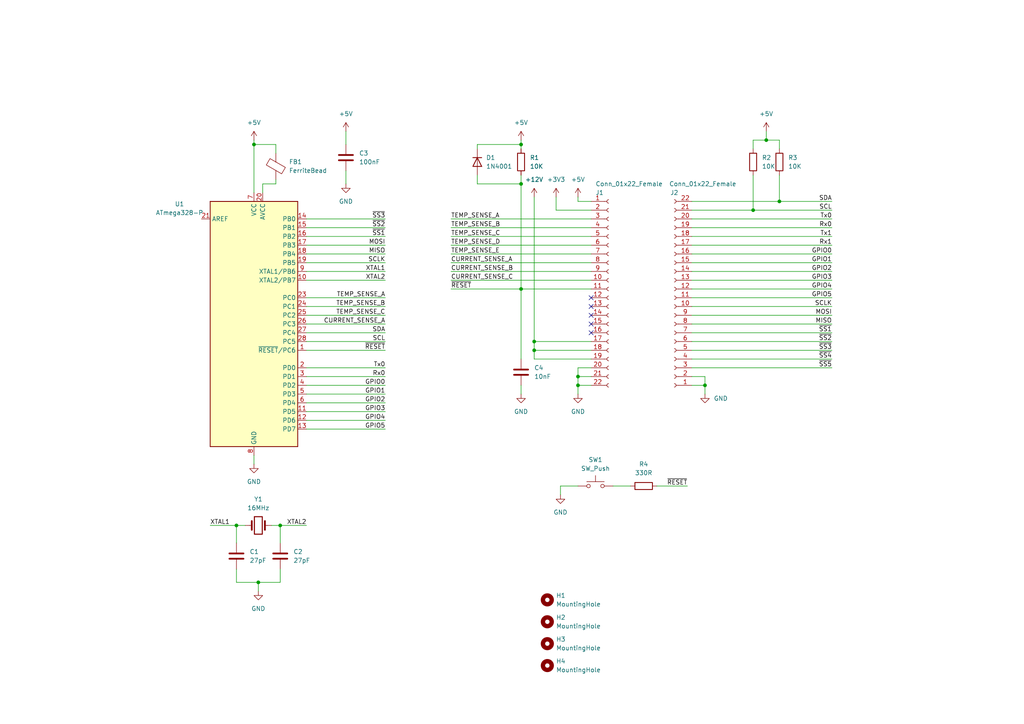
<source format=kicad_sch>
(kicad_sch (version 20211123) (generator eeschema)
  (paper "A4")
  (title_block (title "Atmega 328P MCU Board (Through hole)") (date "2022-05-25") (rev "0.1") (company "Sidings Media") (comment 1 "Licence: CC-BY-SA-4.0"))
  (lib_symbols
    (symbol "Connector:Conn_01x22_Female" (pin_names (offset 1.016) hide)
      (property "Reference" "J" (at 0 27.94 0))
      (property "Value" "Conn_01x22_Female" (at 0 -30.48 0))
      (symbol "Conn_01x22_Female_1_1"
        (arc (start 0 -27.432) (mid -0.508 -27.94) (end 0 -28.448) (stroke (width 0.1524)))
        (arc (start 0 -24.892) (mid -0.508 -25.4) (end 0 -25.908) (stroke (width 0.1524)))
        (arc (start 0 -22.352) (mid -0.508 -22.86) (end 0 -23.368) (stroke (width 0.1524)))
        (arc (start 0 -19.812) (mid -0.508 -20.32) (end 0 -20.828) (stroke (width 0.1524)))
        (arc (start 0 -17.272) (mid -0.508 -17.78) (end 0 -18.288) (stroke (width 0.1524)))
        (arc (start 0 -14.732) (mid -0.508 -15.24) (end 0 -15.748) (stroke (width 0.1524)))
        (arc (start 0 -12.192) (mid -0.508 -12.7) (end 0 -13.208) (stroke (width 0.1524)))
        (arc (start 0 -9.652) (mid -0.508 -10.16) (end 0 -10.668) (stroke (width 0.1524)))
        (arc (start 0 -7.112) (mid -0.508 -7.62) (end 0 -8.128) (stroke (width 0.1524)))
        (arc (start 0 -4.572) (mid -0.508 -5.08) (end 0 -5.588) (stroke (width 0.1524)))
        (arc (start 0 -2.032) (mid -0.508 -2.54) (end 0 -3.048) (stroke (width 0.1524)))
        (polyline (pts (xy -1.27 -27.94) (xy -0.508 -27.94)) (stroke (width 0.1524)))
        (polyline (pts (xy -1.27 -25.4) (xy -0.508 -25.4)) (stroke (width 0.1524)))
        (polyline (pts (xy -1.27 -22.86) (xy -0.508 -22.86)) (stroke (width 0.1524)))
        (polyline (pts (xy -1.27 -20.32) (xy -0.508 -20.32)) (stroke (width 0.1524)))
        (polyline (pts (xy -1.27 -17.78) (xy -0.508 -17.78)) (stroke (width 0.1524)))
        (polyline (pts (xy -1.27 -15.24) (xy -0.508 -15.24)) (stroke (width 0.1524)))
        (polyline (pts (xy -1.27 -12.7) (xy -0.508 -12.7)) (stroke (width 0.1524)))
        (polyline (pts (xy -1.27 -10.16) (xy -0.508 -10.16)) (stroke (width 0.1524)))
        (polyline (pts (xy -1.27 -7.62) (xy -0.508 -7.62)) (stroke (width 0.1524)))
        (polyline (pts (xy -1.27 -5.08) (xy -0.508 -5.08)) (stroke (width 0.1524)))
        (polyline (pts (xy -1.27 -2.54) (xy -0.508 -2.54)) (stroke (width 0.1524)))
        (polyline (pts (xy -1.27 0) (xy -0.508 0)) (stroke (width 0.1524)))
        (polyline (pts (xy -1.27 2.54) (xy -0.508 2.54)) (stroke (width 0.1524)))
        (polyline (pts (xy -1.27 5.08) (xy -0.508 5.08)) (stroke (width 0.1524)))
        (polyline (pts (xy -1.27 7.62) (xy -0.508 7.62)) (stroke (width 0.1524)))
        (polyline (pts (xy -1.27 10.16) (xy -0.508 10.16)) (stroke (width 0.1524)))
        (polyline (pts (xy -1.27 12.7) (xy -0.508 12.7)) (stroke (width 0.1524)))
        (polyline (pts (xy -1.27 15.24) (xy -0.508 15.24)) (stroke (width 0.1524)))
        (polyline (pts (xy -1.27 17.78) (xy -0.508 17.78)) (stroke (width 0.1524)))
        (polyline (pts (xy -1.27 20.32) (xy -0.508 20.32)) (stroke (width 0.1524)))
        (polyline (pts (xy -1.27 22.86) (xy -0.508 22.86)) (stroke (width 0.1524)))
        (polyline (pts (xy -1.27 25.4) (xy -0.508 25.4)) (stroke (width 0.1524)))
        (arc (start 0 0.508) (mid -0.508 0) (end 0 -0.508) (stroke (width 0.1524)))
        (arc (start 0 3.048) (mid -0.508 2.54) (end 0 2.032) (stroke (width 0.1524)))
        (arc (start 0 5.588) (mid -0.508 5.08) (end 0 4.572) (stroke (width 0.1524)))
        (arc (start 0 8.128) (mid -0.508 7.62) (end 0 7.112) (stroke (width 0.1524)))
        (arc (start 0 10.668) (mid -0.508 10.16) (end 0 9.652) (stroke (width 0.1524)))
        (arc (start 0 13.208) (mid -0.508 12.7) (end 0 12.192) (stroke (width 0.1524)))
        (arc (start 0 15.748) (mid -0.508 15.24) (end 0 14.732) (stroke (width 0.1524)))
        (arc (start 0 18.288) (mid -0.508 17.78) (end 0 17.272) (stroke (width 0.1524)))
        (arc (start 0 20.828) (mid -0.508 20.32) (end 0 19.812) (stroke (width 0.1524)))
        (arc (start 0 23.368) (mid -0.508 22.86) (end 0 22.352) (stroke (width 0.1524)))
        (arc (start 0 25.908) (mid -0.508 25.4) (end 0 24.892) (stroke (width 0.1524)))
        (pin passive line (at -5.08 25.4 0) (length 3.81) (name "Pin_1") (number "1"))
        (pin passive line (at -5.08 2.54 0) (length 3.81) (name "Pin_10") (number "10"))
        (pin passive line (at -5.08 0 0) (length 3.81) (name "Pin_11") (number "11"))
        (pin passive line (at -5.08 -2.54 0) (length 3.81) (name "Pin_12") (number "12"))
        (pin passive line (at -5.08 -5.08 0) (length 3.81) (name "Pin_13") (number "13"))
        (pin passive line (at -5.08 -7.62 0) (length 3.81) (name "Pin_14") (number "14"))
        (pin passive line (at -5.08 -10.16 0) (length 3.81) (name "Pin_15") (number "15"))
        (pin passive line (at -5.08 -12.7 0) (length 3.81) (name "Pin_16") (number "16"))
        (pin passive line (at -5.08 -15.24 0) (length 3.81) (name "Pin_17") (number "17"))
        (pin passive line (at -5.08 -17.78 0) (length 3.81) (name "Pin_18") (number "18"))
        (pin passive line (at -5.08 -20.32 0) (length 3.81) (name "Pin_19") (number "19"))
        (pin passive line (at -5.08 22.86 0) (length 3.81) (name "Pin_2") (number "2"))
        (pin passive line (at -5.08 -22.86 0) (length 3.81) (name "Pin_20") (number "20"))
        (pin passive line (at -5.08 -25.4 0) (length 3.81) (name "Pin_21") (number "21"))
        (pin passive line (at -5.08 -27.94 0) (length 3.81) (name "Pin_22") (number "22"))
        (pin passive line (at -5.08 20.32 0) (length 3.81) (name "Pin_3") (number "3"))
        (pin passive line (at -5.08 17.78 0) (length 3.81) (name "Pin_4") (number "4"))
        (pin passive line (at -5.08 15.24 0) (length 3.81) (name "Pin_5") (number "5"))
        (pin passive line (at -5.08 12.7 0) (length 3.81) (name "Pin_6") (number "6"))
        (pin passive line (at -5.08 10.16 0) (length 3.81) (name "Pin_7") (number "7"))
        (pin passive line (at -5.08 7.62 0) (length 3.81) (name "Pin_8") (number "8"))
        (pin passive line (at -5.08 5.08 0) (length 3.81) (name "Pin_9") (number "9"))
      )
    )
    (symbol "Device:C" (pin_numbers hide) (pin_names (offset 0.254))
      (property "Reference" "C" (at 0.635 2.54 0))
      (property "Value" "C" (at 0.635 -2.54 0))
      (symbol "C_0_1"
        (polyline (pts (xy -2.032 -0.762) (xy 2.032 -0.762)) (stroke (width 0.508)))
        (polyline (pts (xy -2.032 0.762) (xy 2.032 0.762)) (stroke (width 0.508)))
      )
      (symbol "C_1_1"
        (pin passive line (at 0 3.81 270) (length 2.794) (name "~") (number "1"))
        (pin passive line (at 0 -3.81 90) (length 2.794) (name "~") (number "2"))
      )
    )
    (symbol "Device:Crystal" (pin_numbers hide) (pin_names (offset 1.016) hide)
      (property "Reference" "Y" (at 0 3.81 0))
      (property "Value" "Crystal" (at 0 -3.81 0))
      (symbol "Crystal_0_1"
        (rectangle (start -1.143 2.54) (end 1.143 -2.54) (stroke (width 0.3048)))
        (polyline (pts (xy -2.54 0) (xy -1.905 0)))
        (polyline (pts (xy -1.905 -1.27) (xy -1.905 1.27)) (stroke (width 0.508)))
        (polyline (pts (xy 1.905 -1.27) (xy 1.905 1.27)) (stroke (width 0.508)))
        (polyline (pts (xy 2.54 0) (xy 1.905 0)))
      )
      (symbol "Crystal_1_1"
        (pin passive line (at -3.81 0 0) (length 1.27) (name "1") (number "1"))
        (pin passive line (at 3.81 0 180) (length 1.27) (name "2") (number "2"))
      )
    )
    (symbol "Device:D" (pin_numbers hide) (pin_names (offset 1.016) hide)
      (property "Reference" "D" (at 0 2.54 0))
      (property "Value" "D" (at 0 -2.54 0))
      (symbol "D_0_1"
        (polyline (pts (xy -1.27 1.27) (xy -1.27 -1.27)) (stroke (width 0.254)))
        (polyline (pts (xy 1.27 0) (xy -1.27 0)))
        (polyline (pts (xy 1.27 1.27) (xy 1.27 -1.27) (xy -1.27 0) (xy 1.27 1.27)) (stroke (width 0.254)))
      )
      (symbol "D_1_1"
        (pin passive line (at -3.81 0 0) (length 2.54) (name "K") (number "1"))
        (pin passive line (at 3.81 0 180) (length 2.54) (name "A") (number "2"))
      )
    )
    (symbol "Device:FerriteBead" (pin_numbers hide) (pin_names (offset 0))
      (property "Reference" "FB" (at -3.81 0.635 90))
      (property "Value" "FerriteBead" (at 3.81 0 90))
      (symbol "FerriteBead_0_1"
        (polyline (pts (xy 0 -1.27) (xy 0 -1.2192)))
        (polyline (pts (xy 0 1.27) (xy 0 1.2954)))
        (polyline (pts (xy -2.7686 0.4064) (xy -1.7018 2.2606) (xy 2.7686 -0.3048) (xy 1.6764 -2.159) (xy -2.7686 0.4064)))
      )
      (symbol "FerriteBead_1_1"
        (pin passive line (at 0 3.81 270) (length 2.54) (name "~") (number "1"))
        (pin passive line (at 0 -3.81 90) (length 2.54) (name "~") (number "2"))
      )
    )
    (symbol "Device:R" (pin_numbers hide) (pin_names (offset 0))
      (property "Reference" "R" (at 2.032 0 90))
      (property "Value" "R" (at 0 0 90))
      (symbol "R_0_1"
        (rectangle (start -1.016 -2.54) (end 1.016 2.54) (stroke (width 0.254)))
      )
      (symbol "R_1_1"
        (pin passive line (at 0 3.81 270) (length 1.27) (name "~") (number "1"))
        (pin passive line (at 0 -3.81 90) (length 1.27) (name "~") (number "2"))
      )
    )
    (symbol "MCU_Microchip_ATmega:ATmega328-P"
      (property "Reference" "U" (at -12.7 36.83 0))
      (property "Value" "ATmega328-P" (at 2.54 -36.83 0))
      (symbol "ATmega328-P_0_1"
        (rectangle (start -12.7 -35.56) (end 12.7 35.56) (stroke (width 0.254)) (fill (type background)))
      )
      (symbol "ATmega328-P_1_1"
        (pin bidirectional line (at 15.24 -7.62 180) (length 2.54) (name "~{RESET}/PC6") (number "1"))
        (pin bidirectional line (at 15.24 12.7 180) (length 2.54) (name "XTAL2/PB7") (number "10"))
        (pin bidirectional line (at 15.24 -25.4 180) (length 2.54) (name "PD5") (number "11"))
        (pin bidirectional line (at 15.24 -27.94 180) (length 2.54) (name "PD6") (number "12"))
        (pin bidirectional line (at 15.24 -30.48 180) (length 2.54) (name "PD7") (number "13"))
        (pin bidirectional line (at 15.24 30.48 180) (length 2.54) (name "PB0") (number "14"))
        (pin bidirectional line (at 15.24 27.94 180) (length 2.54) (name "PB1") (number "15"))
        (pin bidirectional line (at 15.24 25.4 180) (length 2.54) (name "PB2") (number "16"))
        (pin bidirectional line (at 15.24 22.86 180) (length 2.54) (name "PB3") (number "17"))
        (pin bidirectional line (at 15.24 20.32 180) (length 2.54) (name "PB4") (number "18"))
        (pin bidirectional line (at 15.24 17.78 180) (length 2.54) (name "PB5") (number "19"))
        (pin bidirectional line (at 15.24 -12.7 180) (length 2.54) (name "PD0") (number "2"))
        (pin power_in line (at 2.54 38.1 270) (length 2.54) (name "AVCC") (number "20"))
        (pin passive line (at -15.24 30.48 0) (length 2.54) (name "AREF") (number "21"))
        (pin passive line (at 0 -38.1 90) (length 2.54) hide (name "GND") (number "22"))
        (pin bidirectional line (at 15.24 7.62 180) (length 2.54) (name "PC0") (number "23"))
        (pin bidirectional line (at 15.24 5.08 180) (length 2.54) (name "PC1") (number "24"))
        (pin bidirectional line (at 15.24 2.54 180) (length 2.54) (name "PC2") (number "25"))
        (pin bidirectional line (at 15.24 0 180) (length 2.54) (name "PC3") (number "26"))
        (pin bidirectional line (at 15.24 -2.54 180) (length 2.54) (name "PC4") (number "27"))
        (pin bidirectional line (at 15.24 -5.08 180) (length 2.54) (name "PC5") (number "28"))
        (pin bidirectional line (at 15.24 -15.24 180) (length 2.54) (name "PD1") (number "3"))
        (pin bidirectional line (at 15.24 -17.78 180) (length 2.54) (name "PD2") (number "4"))
        (pin bidirectional line (at 15.24 -20.32 180) (length 2.54) (name "PD3") (number "5"))
        (pin bidirectional line (at 15.24 -22.86 180) (length 2.54) (name "PD4") (number "6"))
        (pin power_in line (at 0 38.1 270) (length 2.54) (name "VCC") (number "7"))
        (pin power_in line (at 0 -38.1 90) (length 2.54) (name "GND") (number "8"))
        (pin bidirectional line (at 15.24 15.24 180) (length 2.54) (name "XTAL1/PB6") (number "9"))
      )
    )
    (symbol "Mechanical:MountingHole" (pin_names (offset 1.016))
      (property "Reference" "H" (at 0 5.08 0))
      (property "Value" "MountingHole" (at 0 3.175 0))
      (symbol "MountingHole_0_1"
        (circle (center 0 0) (radius 1.27) (stroke (width 1.27)))
      )
    )
    (symbol "Switch:SW_Push" (pin_numbers hide) (pin_names (offset 1.016) hide)
      (property "Reference" "SW" (at 1.27 2.54 0))
      (property "Value" "SW_Push" (at 0 -1.524 0))
      (symbol "SW_Push_0_1"
        (circle (center -2.032 0) (radius 0.508))
        (polyline (pts (xy 0 1.27) (xy 0 3.048)))
        (polyline (pts (xy 2.54 1.27) (xy -2.54 1.27)))
        (circle (center 2.032 0) (radius 0.508))
        (pin passive line (at -5.08 0 0) (length 2.54) (name "1") (number "1"))
        (pin passive line (at 5.08 0 180) (length 2.54) (name "2") (number "2"))
      )
    )
    (symbol "power:+12V" (power) (pin_names (offset 0))
      (property "Value" "+12V" (at 0 3.556 0))
      (symbol "+12V_0_1"
        (polyline (pts (xy -0.762 1.27) (xy 0 2.54)))
        (polyline (pts (xy 0 0) (xy 0 2.54)))
        (polyline (pts (xy 0 2.54) (xy 0.762 1.27)))
      )
      (symbol "+12V_1_1"
        (pin power_in line (at 0 0 90) (length 0) hide (name "+12V") (number "1"))
      )
    )
    (symbol "power:+3V3" (power) (pin_names (offset 0))
      (property "Value" "+3V3" (at 0 3.556 0))
      (symbol "+3V3_0_1"
        (polyline (pts (xy -0.762 1.27) (xy 0 2.54)))
        (polyline (pts (xy 0 0) (xy 0 2.54)))
        (polyline (pts (xy 0 2.54) (xy 0.762 1.27)))
      )
      (symbol "+3V3_1_1"
        (pin power_in line (at 0 0 90) (length 0) hide (name "+3V3") (number "1"))
      )
    )
    (symbol "power:+5V" (power) (pin_names (offset 0))
      (property "Value" "+5V" (at 0 3.556 0))
      (symbol "+5V_0_1"
        (polyline (pts (xy -0.762 1.27) (xy 0 2.54)))
        (polyline (pts (xy 0 0) (xy 0 2.54)))
        (polyline (pts (xy 0 2.54) (xy 0.762 1.27)))
      )
      (symbol "+5V_1_1"
        (pin power_in line (at 0 0 90) (length 0) hide (name "+5V") (number "1"))
      )
    )
    (symbol "power:GND" (power) (pin_names (offset 0))
      (property "Value" "GND" (at 0 -3.81 0))
      (symbol "GND_0_1"
        (polyline (pts (xy 0 0) (xy 0 -1.27) (xy 1.27 -1.27) (xy 0 -2.54) (xy -1.27 -1.27) (xy 0 -1.27)))
      )
      (symbol "GND_1_1"
        (pin power_in line (at 0 0 270) (length 0) hide (name "GND") (number "1"))
      )
    )
  )
  (junction (at 226.06 58.42))
  (junction (at 68.58 152.4))
  (junction (at 151.13 53.34))
  (junction (at 204.47 111.76))
  (junction (at 151.13 41.91))
  (junction (at 151.13 83.82))
  (junction (at 74.93 168.91))
  (junction (at 167.64 109.22))
  (junction (at 222.25 40.64))
  (junction (at 154.94 101.6))
  (junction (at 81.28 152.4))
  (junction (at 73.66 41.91))
  (junction (at 218.44 60.96))
  (junction (at 167.64 111.76))
  (junction (at 154.94 99.06))
  (no_connect (at 171.45 96.52))
  (no_connect (at 171.45 91.44))
  (no_connect (at 171.45 86.36))
  (no_connect (at 171.45 88.9))
  (no_connect (at 171.45 93.98))
  (wire (pts (xy 60.96 152.4) (xy 68.58 152.4)))
  (wire (pts (xy 88.9 106.68) (xy 111.76 106.68)))
  (wire (pts (xy 167.64 57.15) (xy 167.64 58.42)))
  (wire (pts (xy 200.66 101.6) (xy 241.3 101.6)))
  (wire (pts (xy 138.43 41.91) (xy 151.13 41.91)))
  (wire (pts (xy 154.94 57.15) (xy 154.94 99.06)))
  (wire (pts (xy 68.58 165.1) (xy 68.58 168.91)))
  (wire (pts (xy 88.9 78.74) (xy 111.76 78.74)))
  (wire (pts (xy 88.9 124.46) (xy 111.76 124.46)))
  (wire (pts (xy 226.06 58.42) (xy 241.3 58.42)))
  (wire (pts (xy 151.13 40.64) (xy 151.13 41.91)))
  (wire (pts (xy 151.13 83.82) (xy 151.13 104.14)))
  (wire (pts (xy 81.28 152.4) (xy 88.9 152.4)))
  (wire (pts (xy 200.66 96.52) (xy 241.3 96.52)))
  (wire (pts (xy 68.58 168.91) (xy 74.93 168.91)))
  (wire (pts (xy 81.28 157.48) (xy 81.28 152.4)))
  (wire (pts (xy 151.13 53.34) (xy 151.13 83.82)))
  (wire (pts (xy 200.66 81.28) (xy 241.3 81.28)))
  (wire (pts (xy 200.66 76.2) (xy 241.3 76.2)))
  (wire (pts (xy 167.64 114.3) (xy 167.64 111.76)))
  (wire (pts (xy 73.66 41.91) (xy 73.66 55.88)))
  (wire (pts (xy 88.9 101.6) (xy 111.76 101.6)))
  (wire (pts (xy 73.66 132.08) (xy 73.66 134.62)))
  (wire (pts (xy 200.66 58.42) (xy 226.06 58.42)))
  (wire (pts (xy 200.66 60.96) (xy 218.44 60.96)))
  (wire (pts (xy 200.66 104.14) (xy 241.3 104.14)))
  (wire (pts (xy 100.33 49.53) (xy 100.33 53.34)))
  (wire (pts (xy 167.64 109.22) (xy 167.64 106.68)))
  (wire (pts (xy 88.9 119.38) (xy 111.76 119.38)))
  (wire (pts (xy 68.58 152.4) (xy 71.12 152.4)))
  (wire (pts (xy 167.64 111.76) (xy 167.64 109.22)))
  (wire (pts (xy 88.9 76.2) (xy 111.76 76.2)))
  (wire (pts (xy 81.28 168.91) (xy 81.28 165.1)))
  (wire (pts (xy 130.81 78.74) (xy 171.45 78.74)))
  (wire (pts (xy 88.9 116.84) (xy 111.76 116.84)))
  (wire (pts (xy 88.9 111.76) (xy 111.76 111.76)))
  (wire (pts (xy 88.9 66.04) (xy 111.76 66.04)))
  (wire (pts (xy 204.47 114.3) (xy 204.47 111.76)))
  (wire (pts (xy 76.2 53.34) (xy 80.01 53.34)))
  (wire (pts (xy 200.66 99.06) (xy 241.3 99.06)))
  (wire (pts (xy 154.94 101.6) (xy 154.94 104.14)))
  (wire (pts (xy 88.9 68.58) (xy 111.76 68.58)))
  (wire (pts (xy 200.66 109.22) (xy 204.47 109.22)))
  (wire (pts (xy 200.66 71.12) (xy 241.3 71.12)))
  (wire (pts (xy 88.9 88.9) (xy 111.76 88.9)))
  (wire (pts (xy 204.47 109.22) (xy 204.47 111.76)))
  (wire (pts (xy 154.94 99.06) (xy 171.45 99.06)))
  (wire (pts (xy 154.94 104.14) (xy 171.45 104.14)))
  (wire (pts (xy 73.66 40.64) (xy 73.66 41.91)))
  (wire (pts (xy 88.9 86.36) (xy 111.76 86.36)))
  (wire (pts (xy 162.56 143.51) (xy 162.56 140.97)))
  (wire (pts (xy 88.9 91.44) (xy 111.76 91.44)))
  (wire (pts (xy 138.43 50.8) (xy 138.43 53.34)))
  (wire (pts (xy 80.01 44.45) (xy 80.01 41.91)))
  (wire (pts (xy 218.44 43.18) (xy 218.44 40.64)))
  (wire (pts (xy 200.66 68.58) (xy 241.3 68.58)))
  (wire (pts (xy 138.43 43.18) (xy 138.43 41.91)))
  (wire (pts (xy 218.44 60.96) (xy 241.3 60.96)))
  (wire (pts (xy 162.56 140.97) (xy 167.64 140.97)))
  (wire (pts (xy 177.8 140.97) (xy 182.88 140.97)))
  (wire (pts (xy 130.81 71.12) (xy 171.45 71.12)))
  (wire (pts (xy 154.94 101.6) (xy 171.45 101.6)))
  (wire (pts (xy 200.66 63.5) (xy 241.3 63.5)))
  (wire (pts (xy 222.25 40.64) (xy 226.06 40.64)))
  (wire (pts (xy 130.81 66.04) (xy 171.45 66.04)))
  (wire (pts (xy 88.9 71.12) (xy 111.76 71.12)))
  (wire (pts (xy 88.9 99.06) (xy 111.76 99.06)))
  (wire (pts (xy 226.06 40.64) (xy 226.06 43.18)))
  (wire (pts (xy 200.66 83.82) (xy 241.3 83.82)))
  (wire (pts (xy 200.66 78.74) (xy 241.3 78.74)))
  (wire (pts (xy 190.5 140.97) (xy 199.39 140.97)))
  (wire (pts (xy 130.81 73.66) (xy 171.45 73.66)))
  (wire (pts (xy 74.93 168.91) (xy 81.28 168.91)))
  (wire (pts (xy 130.81 68.58) (xy 171.45 68.58)))
  (wire (pts (xy 130.81 83.82) (xy 151.13 83.82)))
  (wire (pts (xy 138.43 53.34) (xy 151.13 53.34)))
  (wire (pts (xy 88.9 63.5) (xy 111.76 63.5)))
  (wire (pts (xy 200.66 88.9) (xy 241.3 88.9)))
  (wire (pts (xy 151.13 83.82) (xy 171.45 83.82)))
  (wire (pts (xy 151.13 41.91) (xy 151.13 43.18)))
  (wire (pts (xy 76.2 53.34) (xy 76.2 55.88)))
  (wire (pts (xy 88.9 121.92) (xy 111.76 121.92)))
  (wire (pts (xy 218.44 50.8) (xy 218.44 60.96)))
  (wire (pts (xy 130.81 63.5) (xy 171.45 63.5)))
  (wire (pts (xy 88.9 73.66) (xy 111.76 73.66)))
  (wire (pts (xy 200.66 91.44) (xy 241.3 91.44)))
  (wire (pts (xy 161.29 60.96) (xy 171.45 60.96)))
  (wire (pts (xy 74.93 168.91) (xy 74.93 171.45)))
  (wire (pts (xy 88.9 109.22) (xy 111.76 109.22)))
  (wire (pts (xy 222.25 38.1) (xy 222.25 40.64)))
  (wire (pts (xy 167.64 109.22) (xy 171.45 109.22)))
  (wire (pts (xy 130.81 81.28) (xy 171.45 81.28)))
  (wire (pts (xy 200.66 73.66) (xy 241.3 73.66)))
  (wire (pts (xy 161.29 57.15) (xy 161.29 60.96)))
  (wire (pts (xy 200.66 106.68) (xy 241.3 106.68)))
  (wire (pts (xy 88.9 96.52) (xy 111.76 96.52)))
  (wire (pts (xy 81.28 152.4) (xy 78.74 152.4)))
  (wire (pts (xy 218.44 40.64) (xy 222.25 40.64)))
  (wire (pts (xy 88.9 114.3) (xy 111.76 114.3)))
  (wire (pts (xy 167.64 58.42) (xy 171.45 58.42)))
  (wire (pts (xy 200.66 66.04) (xy 241.3 66.04)))
  (wire (pts (xy 204.47 111.76) (xy 200.66 111.76)))
  (wire (pts (xy 88.9 81.28) (xy 111.76 81.28)))
  (wire (pts (xy 200.66 93.98) (xy 241.3 93.98)))
  (wire (pts (xy 151.13 50.8) (xy 151.13 53.34)))
  (wire (pts (xy 130.81 76.2) (xy 171.45 76.2)))
  (wire (pts (xy 151.13 111.76) (xy 151.13 114.3)))
  (wire (pts (xy 68.58 157.48) (xy 68.58 152.4)))
  (wire (pts (xy 80.01 53.34) (xy 80.01 52.07)))
  (wire (pts (xy 167.64 111.76) (xy 171.45 111.76)))
  (wire (pts (xy 226.06 50.8) (xy 226.06 58.42)))
  (wire (pts (xy 154.94 99.06) (xy 154.94 101.6)))
  (wire (pts (xy 100.33 38.1) (xy 100.33 41.91)))
  (wire (pts (xy 88.9 93.98) (xy 111.76 93.98)))
  (wire (pts (xy 200.66 86.36) (xy 241.3 86.36)))
  (wire (pts (xy 80.01 41.91) (xy 73.66 41.91)))
  (wire (pts (xy 167.64 106.68) (xy 171.45 106.68)))
  (label "SDA" (at 111.76 96.52 180))
  (label "GPIO3" (at 111.76 119.38 180))
  (label "~{RESET}" (at 111.76 101.6 180))
  (label "GPIO1" (at 111.76 114.3 180))
  (label "XTAL1" (at 111.76 78.74 180))
  (label "XTAL2" (at 111.76 81.28 180))
  (label "~{RESET}" (at 199.39 140.97 180))
  (label "GPIO2" (at 111.76 116.84 180))
  (label "TEMP_SENSE_C" (at 130.81 68.58 0))
  (label "GPIO0" (at 241.3 73.66 180))
  (label "GPIO0" (at 111.76 111.76 180))
  (label "Rx0" (at 241.3 66.04 180))
  (label "TEMP_SENSE_A" (at 130.81 63.5 0))
  (label "TEMP_SENSE_C" (at 111.76 91.44 180))
  (label "~{RESET}" (at 130.81 83.82 0))
  (label "GPIO4" (at 241.3 83.82 180))
  (label "GPIO5" (at 111.76 124.46 180))
  (label "TEMP_SENSE_A" (at 111.76 86.36 180))
  (label "GPIO2" (at 241.3 78.74 180))
  (label "TEMP_SENSE_B" (at 111.76 88.9 180))
  (label "~{SS3}" (at 241.3 101.6 180))
  (label "TEMP_SENSE_E" (at 130.81 73.66 0))
  (label "CURRENT_SENSE_A" (at 111.76 93.98 180))
  (label "SCLK" (at 111.76 76.2 180))
  (label "XTAL2" (at 88.9 152.4 180))
  (label "~{SS3}" (at 111.76 63.5 180))
  (label "XTAL1" (at 60.96 152.4 0))
  (label "CURRENT_SENSE_A" (at 130.81 76.2 0))
  (label "TEMP_SENSE_D" (at 130.81 71.12 0))
  (label "GPIO1" (at 241.3 76.2 180))
  (label "MOSI" (at 111.76 71.12 180))
  (label "~{SS2}" (at 111.76 66.04 180))
  (label "~{SS2}" (at 241.3 99.06 180))
  (label "~{SS1}" (at 241.3 96.52 180))
  (label "SCL" (at 241.3 60.96 180))
  (label "~{SS1}" (at 111.76 68.58 180))
  (label "SCLK" (at 241.3 88.9 180))
  (label "Tx1" (at 241.3 68.58 180))
  (label "SCL" (at 111.76 99.06 180))
  (label "MISO" (at 111.76 73.66 180))
  (label "GPIO3" (at 241.3 81.28 180))
  (label "GPIO5" (at 241.3 86.36 180))
  (label "Tx0" (at 111.76 106.68 180))
  (label "SDA" (at 241.3 58.42 180))
  (label "~{SS4}" (at 241.3 104.14 180))
  (label "Rx1" (at 241.3 71.12 180))
  (label "MISO" (at 241.3 93.98 180))
  (label "MOSI" (at 241.3 91.44 180))
  (label "CURRENT_SENSE_B" (at 130.81 78.74 0))
  (label "TEMP_SENSE_B" (at 130.81 66.04 0))
  (label "GPIO4" (at 111.76 121.92 180))
  (label "~{SS5}" (at 241.3 106.68 180))
  (label "CURRENT_SENSE_C" (at 130.81 81.28 0))
  (label "Rx0" (at 111.76 109.22 180))
  (label "Tx0" (at 241.3 63.5 180))
  (symbol (lib_id "Mechanical:MountingHole") (at 158.75 173.99 0) (unit 1)
    (property "Reference" "H1" (at 161.29 172.7199 0) (effects (justify left)))
    (property "Value" "MountingHole" (at 161.29 175.2599 0) (effects (justify left)))
    (property "Footprint" "MountingHole:MountingHole_2.7mm_M2.5" (effects hide))
  )
  (symbol (lib_id "power:GND") (at 162.56 143.51 0) (unit 1)
    (property "Reference" "#PWR014" (effects hide))
    (property "Value" "GND" (at 162.56 148.59 0))
  )
  (symbol (lib_id "power:+12V") (at 154.94 57.15 0) (unit 1)
    (property "Reference" "#PWR04" (effects hide))
    (property "Value" "+12V" (at 154.94 52.07 0))
  )
  (symbol (lib_id "MCU_Microchip_ATmega:ATmega328-P") (at 73.66 93.98 0) (unit 1)
    (property "Reference" "U1" (at 52.07 59.1693 0))
    (property "Value" "ATmega328-P" (at 52.07 61.7093 0))
    (property "Footprint" "Package_DIP:DIP-28_W7.62mm" (effects hide))
    (property "Datasheet" "http://ww1.microchip.com/downloads/en/DeviceDoc/ATmega328_P%20AVR%20MCU%20with%20picoPower%20Technology%20Data%20Sheet%2040001984A.pdf" (effects hide))
  )
  (symbol (lib_id "power:GND") (at 73.66 134.62 0) (unit 1)
    (property "Reference" "#PWR02" (effects hide))
    (property "Value" "GND" (at 73.66 139.7 0))
  )
  (symbol (lib_id "power:GND") (at 74.93 171.45 0) (unit 1)
    (property "Reference" "#PWR03" (effects hide))
    (property "Value" "GND" (at 74.93 176.53 0))
  )
  (symbol (lib_id "Device:R") (at 218.44 46.99 0) (unit 1)
    (property "Reference" "R2" (at 220.98 45.7199 0) (effects (justify left)))
    (property "Value" "10K" (at 220.98 48.2599 0) (effects (justify left)))
    (property "Footprint" "Resistor_THT:R_Axial_DIN0207_L6.3mm_D2.5mm_P7.62mm_Horizontal" (effects hide))
  )
  (symbol (lib_id "Device:Crystal") (at 74.93 152.4 0) (unit 1)
    (property "Reference" "Y1" (at 74.93 144.78 0))
    (property "Value" "16MHz" (at 74.93 147.32 0))
    (property "Footprint" "Crystal:Resonator-2Pin_W8.0mm_H3.5mm" (effects hide))
  )
  (symbol (lib_id "Connector:Conn_01x22_Female") (at 176.53 83.82 0) (unit 1)
    (property "Reference" "J1" (at 172.72 55.8801 0) (effects (justify left)))
    (property "Value" "Conn_01x22_Female" (at 172.72 53.34 0) (effects (justify left)))
    (property "Footprint" "Connector_PinSocket_2.54mm:PinSocket_1x22_P2.54mm_Vertical" (effects hide))
  )
  (symbol (lib_id "power:+5V") (at 100.33 38.1 0) (unit 1)
    (property "Reference" "#PWR010" (effects hide))
    (property "Value" "+5V" (at 100.33 33.02 0))
  )
  (symbol (lib_id "power:GND") (at 167.64 114.3 0) (unit 1)
    (property "Reference" "#PWR07" (effects hide))
    (property "Value" "GND" (at 167.64 119.38 0))
  )
  (symbol (lib_id "power:+5V") (at 167.64 57.15 0) (unit 1)
    (property "Reference" "#PWR06" (effects hide))
    (property "Value" "+5V" (at 167.64 52.07 0))
  )
  (symbol (lib_id "power:GND") (at 204.47 114.3 0) (unit 1)
    (property "Reference" "#PWR08" (effects hide))
    (property "Value" "GND" (at 207.01 115.5699 0) (effects (justify left)))
  )
  (symbol (lib_id "Device:C") (at 151.13 107.95 0) (unit 1)
    (property "Reference" "C4" (at 154.94 106.6799 0) (effects (justify left)))
    (property "Value" "10nF" (at 154.94 109.2199 0) (effects (justify left)))
    (property "Footprint" "Capacitor_THT:C_Disc_D5.1mm_W3.2mm_P5.00mm" (effects hide))
  )
  (symbol (lib_id "Device:D") (at 138.43 46.99 270) (unit 1)
    (property "Reference" "D1" (at 140.97 45.7199 90) (effects (justify left)))
    (property "Value" "1N4001" (at 140.97 48.2599 90) (effects (justify left)))
    (property "Footprint" "Diode_THT:D_A-405_P7.62mm_Horizontal" (effects hide))
  )
  (symbol (lib_id "Device:R") (at 226.06 46.99 0) (unit 1)
    (property "Reference" "R3" (at 228.6 45.7199 0) (effects (justify left)))
    (property "Value" "10K" (at 228.6 48.2599 0) (effects (justify left)))
    (property "Footprint" "Resistor_THT:R_Axial_DIN0207_L6.3mm_D2.5mm_P7.62mm_Horizontal" (effects hide))
  )
  (symbol (lib_id "power:+5V") (at 151.13 40.64 0) (unit 1)
    (property "Reference" "#PWR09" (effects hide))
    (property "Value" "+5V" (at 151.13 35.56 0))
  )
  (symbol (lib_id "power:GND") (at 151.13 114.3 0) (unit 1)
    (property "Reference" "#PWR013" (effects hide))
    (property "Value" "GND" (at 151.13 119.38 0))
  )
  (symbol (lib_id "Mechanical:MountingHole") (at 158.75 186.69 0) (unit 1)
    (property "Reference" "H3" (at 161.29 185.4199 0) (effects (justify left)))
    (property "Value" "MountingHole" (at 161.29 187.9599 0) (effects (justify left)))
    (property "Footprint" "MountingHole:MountingHole_2.7mm_M2.5" (effects hide))
  )
  (symbol (lib_id "Device:FerriteBead") (at 80.01 48.26 0) (unit 1)
    (property "Reference" "FB1" (at 83.82 46.9391 0) (effects (justify left)))
    (property "Value" "FerriteBead" (at 83.82 49.4791 0) (effects (justify left)))
    (property "Footprint" "Ferrite_THT:LairdTech_28C0236-0JW-10" (effects hide))
  )
  (symbol (lib_id "power:+5V") (at 222.25 38.1 0) (unit 1)
    (property "Reference" "#PWR011" (effects hide))
    (property "Value" "+5V" (at 222.25 33.02 0))
  )
  (symbol (lib_id "Device:C") (at 81.28 161.29 0) (unit 1)
    (property "Reference" "C2" (at 85.09 160.0199 0) (effects (justify left)))
    (property "Value" "27pF" (at 85.09 162.5599 0) (effects (justify left)))
    (property "Footprint" "Capacitor_THT:C_Disc_D5.1mm_W3.2mm_P5.00mm" (effects hide))
  )
  (symbol (lib_id "power:+5V") (at 73.66 40.64 0) (unit 1)
    (property "Reference" "#PWR01" (effects hide))
    (property "Value" "+5V" (at 73.66 35.56 0))
  )
  (symbol (lib_id "Device:C") (at 100.33 45.72 0) (unit 1)
    (property "Reference" "C3" (at 104.14 44.4499 0) (effects (justify left)))
    (property "Value" "100nF" (at 104.14 46.9899 0) (effects (justify left)))
    (property "Footprint" "Capacitor_THT:C_Disc_D5.1mm_W3.2mm_P5.00mm" (effects hide))
  )
  (symbol (lib_id "Switch:SW_Push") (at 172.72 140.97 0) (unit 1)
    (property "Reference" "SW1" (at 172.72 133.35 0))
    (property "Value" "SW_Push" (at 172.72 135.89 0))
    (property "Footprint" "Button_Switch_THT:SW_PUSH_6mm" (effects hide))
  )
  (symbol (lib_id "Device:C") (at 68.58 161.29 0) (unit 1)
    (property "Reference" "C1" (at 72.39 160.0199 0) (effects (justify left)))
    (property "Value" "27pF" (at 72.39 162.5599 0) (effects (justify left)))
    (property "Footprint" "Capacitor_THT:C_Disc_D5.1mm_W3.2mm_P5.00mm" (effects hide))
  )
  (symbol (lib_id "power:GND") (at 100.33 53.34 0) (unit 1)
    (property "Reference" "#PWR012" (effects hide))
    (property "Value" "GND" (at 100.33 58.42 0))
  )
  (symbol (lib_id "Mechanical:MountingHole") (at 158.75 193.04 0) (unit 1)
    (property "Reference" "H4" (at 161.29 191.7699 0) (effects (justify left)))
    (property "Value" "MountingHole" (at 161.29 194.3099 0) (effects (justify left)))
    (property "Footprint" "MountingHole:MountingHole_2.7mm_M2.5" (effects hide))
  )
  (symbol (lib_id "Device:R") (at 186.69 140.97 270) (unit 1)
    (property "Reference" "R4" (at 186.69 134.62 90))
    (property "Value" "330R" (at 186.69 137.16 90))
    (property "Footprint" "Resistor_THT:R_Axial_DIN0207_L6.3mm_D2.5mm_P7.62mm_Horizontal" (effects hide))
  )
  (symbol (lib_id "power:+3V3") (at 161.29 57.15 0) (unit 1)
    (property "Reference" "#PWR05" (effects hide))
    (property "Value" "+3V3" (at 161.29 52.07 0))
  )
  (symbol (lib_id "Connector:Conn_01x22_Female") (at 195.58 86.36 180) (unit 1)
    (property "Reference" "J2" (at 195.58 55.88 0))
    (property "Value" "Conn_01x22_Female" (at 203.835 53.34 0))
    (property "Footprint" "Connector_PinSocket_2.54mm:PinSocket_1x22_P2.54mm_Vertical" (effects hide))
  )
  (symbol (lib_id "Mechanical:MountingHole") (at 158.75 180.34 0) (unit 1)
    (property "Reference" "H2" (at 161.29 179.0699 0) (effects (justify left)))
    (property "Value" "MountingHole" (at 161.29 181.6099 0) (effects (justify left)))
    (property "Footprint" "MountingHole:MountingHole_2.7mm_M2.5" (effects hide))
  )
  (symbol (lib_id "Device:R") (at 151.13 46.99 0) (unit 1)
    (property "Reference" "R1" (at 153.67 45.7199 0) (effects (justify left)))
    (property "Value" "10K" (at 153.67 48.2599 0) (effects (justify left)))
    (property "Footprint" "Resistor_THT:R_Axial_DIN0207_L6.3mm_D2.5mm_P7.62mm_Horizontal" (effects hide))
  )
)
</source>
